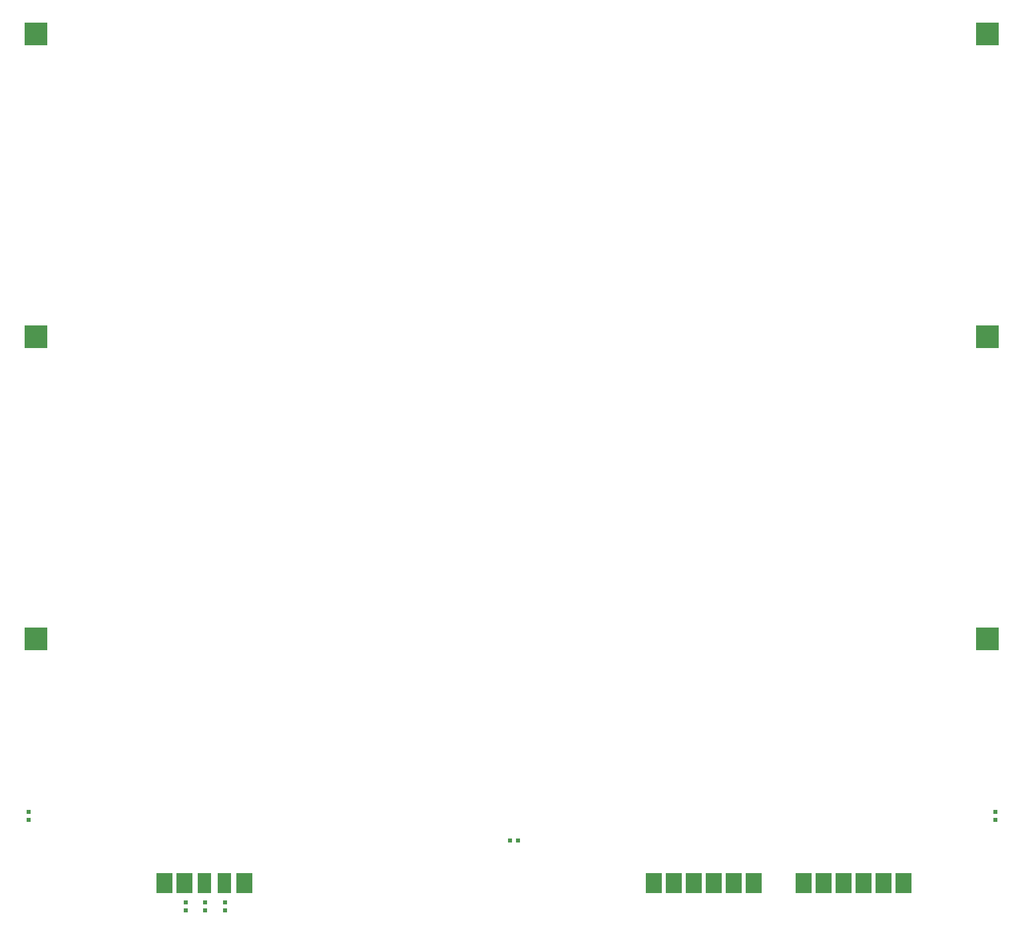
<source format=gtp>
G04*
G04 #@! TF.GenerationSoftware,Altium Limited,Altium Designer,18.1.7 (191)*
G04*
G04 Layer_Color=8421504*
%FSLAX44Y44*%
%MOMM*%
G71*
G01*
G75*
%ADD11R,2.0000X2.5400*%
%ADD12R,1.8000X2.5400*%
%ADD13R,0.6000X0.6000*%
%ADD14R,0.6000X0.6000*%
%ADD15R,3.0000X3.0000*%
D11*
X533400Y479900D02*
D03*
X558800D02*
D03*
X635000D02*
D03*
X1155700D02*
D03*
X1346200D02*
D03*
X1181100D02*
D03*
X1473200D02*
D03*
X1397000D02*
D03*
X1447800D02*
D03*
X1422400D02*
D03*
X1282700D02*
D03*
X1257300D02*
D03*
X1206500D02*
D03*
X1371600D02*
D03*
X1231900D02*
D03*
D12*
X584200D02*
D03*
X609600D02*
D03*
D13*
X560000Y455080D02*
D03*
Y444920D02*
D03*
X360000Y559920D02*
D03*
Y570080D02*
D03*
X585000Y455080D02*
D03*
Y444920D02*
D03*
X610000Y455080D02*
D03*
Y444920D02*
D03*
X1590000Y559920D02*
D03*
Y570080D02*
D03*
D14*
X982980Y533400D02*
D03*
X972820D02*
D03*
D15*
X1580000Y1175000D02*
D03*
Y790000D02*
D03*
X370000Y1175000D02*
D03*
Y790000D02*
D03*
X1580000Y1560000D02*
D03*
X370000D02*
D03*
M02*

</source>
